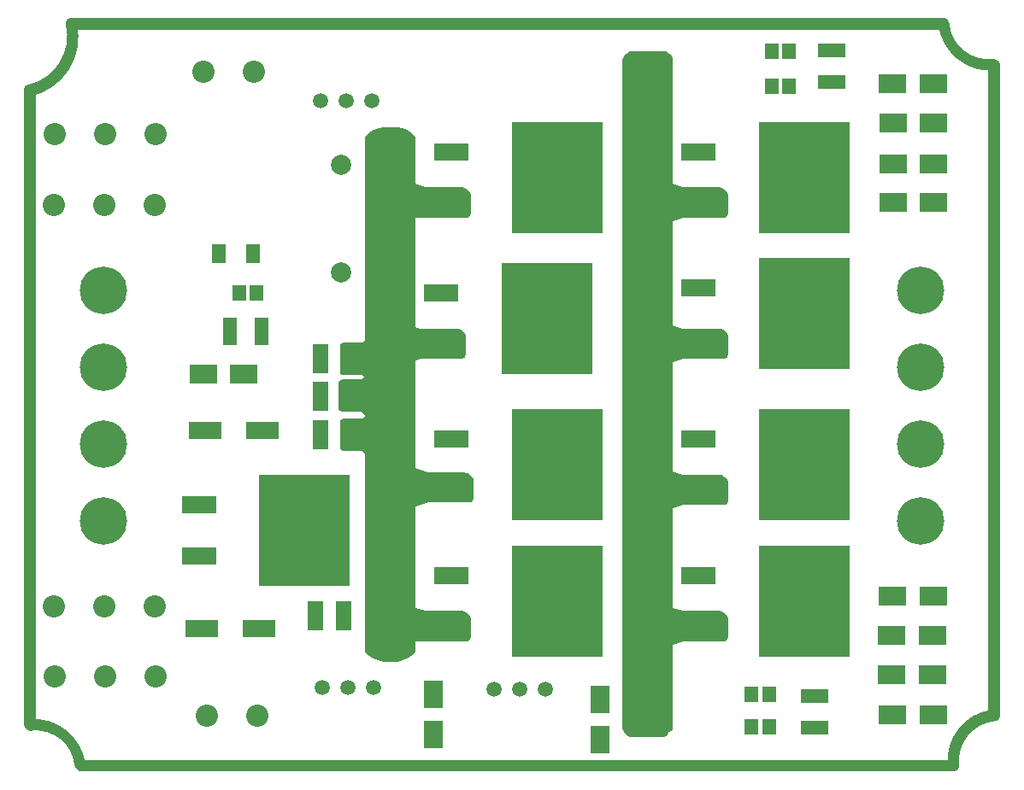
<source format=gts>
G04*
G04 #@! TF.GenerationSoftware,Altium Limited,Altium Designer,22.6.1 (34)*
G04*
G04 Layer_Color=8388736*
%FSLAX44Y44*%
%MOMM*%
G71*
G04*
G04 #@! TF.SameCoordinates,44C52635-D950-46A4-BE53-1BE2AF9ACA8F*
G04*
G04*
G04 #@! TF.FilePolarity,Negative*
G04*
G01*
G75*
%ADD17R,3.3000X1.7000*%
%ADD27C,1.0000*%
%ADD28R,1.3532X1.5532*%
%ADD29R,3.4016X1.8016*%
%ADD30R,9.1016X11.1016*%
%ADD31R,1.5032X2.9032*%
%ADD32R,3.2032X1.8032*%
%ADD33R,2.7032X1.9032*%
%ADD34R,2.7032X1.3532*%
%ADD35R,1.4532X1.8532*%
%ADD36R,1.3532X2.7032*%
%ADD37R,1.9032X2.7032*%
%ADD38C,4.7032*%
%ADD39C,2.2032*%
%ADD40C,2.0032*%
%ADD41C,1.5032*%
%ADD42C,0.8032*%
G36*
X877042Y999072D02*
X881436Y997252D01*
X885390Y994610D01*
X887071Y992929D01*
X890000Y990000D01*
Y943333D01*
X900000Y940000D01*
X935000Y940000D01*
X935985Y940000D01*
X937917Y939616D01*
X939737Y938862D01*
X941375Y937767D01*
X942767Y936375D01*
X943862Y934737D01*
X944616Y932917D01*
X945000Y930985D01*
X945000Y930000D01*
X945000Y930000D01*
X945000Y915000D01*
X945000Y914005D01*
X944239Y912168D01*
X942832Y910761D01*
X940994Y910000D01*
X940000Y910000D01*
X940000Y910000D01*
X890000D01*
Y801667D01*
X895000Y800000D01*
X930000Y800000D01*
X930985Y800000D01*
X932917Y799616D01*
X934737Y798862D01*
X936375Y797767D01*
X937767Y796375D01*
X938862Y794737D01*
X939616Y792917D01*
X940000Y790985D01*
X940000Y790000D01*
X940000Y790000D01*
X940000Y775000D01*
X940000Y774005D01*
X939239Y772168D01*
X937832Y770761D01*
X935994Y770000D01*
X935000Y770000D01*
X935000Y770000D01*
X895000D01*
X890000Y768333D01*
Y661667D01*
X902500Y657500D01*
X937500Y657500D01*
X938485Y657500D01*
X940417Y657116D01*
X942237Y656362D01*
X943875Y655267D01*
X945267Y653875D01*
X946362Y652237D01*
X947116Y650417D01*
X947500Y648485D01*
X947500Y647500D01*
X947500Y647500D01*
X947500Y632500D01*
X947500Y631505D01*
X946739Y629668D01*
X945332Y628261D01*
X943494Y627500D01*
X942500Y627500D01*
X942500Y627500D01*
X902500D01*
X890000Y623333D01*
Y523333D01*
X900000Y520000D01*
X935000Y520000D01*
X935985Y520000D01*
X937917Y519616D01*
X939737Y518862D01*
X941375Y517767D01*
X942767Y516375D01*
X943862Y514737D01*
X944616Y512917D01*
X945000Y510985D01*
X945000Y510000D01*
X945000Y510000D01*
X945000Y495000D01*
X945000Y494005D01*
X944239Y492168D01*
X942832Y490761D01*
X940994Y490000D01*
X940000Y490000D01*
X940000Y490000D01*
X890000D01*
Y480000D01*
X887439Y477439D01*
X887439D01*
X885670Y475671D01*
X881510Y472891D01*
X876888Y470976D01*
X871981Y470000D01*
X858019D01*
X853112Y470976D01*
X848490Y472891D01*
X844330Y475671D01*
X842561Y477439D01*
X840000Y480000D01*
Y676250D01*
X837500Y678750D01*
X819406D01*
X818240Y678982D01*
X817141Y679437D01*
X816153Y680097D01*
X815732Y680518D01*
X815000Y681250D01*
Y708750D01*
X815000Y708750D01*
X815000Y708750D01*
Y708750D01*
X815594Y709344D01*
X816992Y710279D01*
X818546Y710922D01*
X820195Y711250D01*
X821036Y711250D01*
X837500Y711250D01*
X840000Y713750D01*
Y713965D01*
X836464Y717500D01*
X818370D01*
X817204Y717732D01*
X816106Y718187D01*
X815117Y718848D01*
X814697Y719268D01*
X813964Y720000D01*
X813964Y747500D01*
D01*
Y747500D01*
Y747500D01*
X814559Y748094D01*
X815957Y749029D01*
X817510Y749672D01*
X819159Y750000D01*
X820000Y750000D01*
X836464Y750000D01*
X838857Y752393D01*
X837500Y753750D01*
X819406D01*
X818240Y753982D01*
X817141Y754437D01*
X816152Y755097D01*
X815732Y755518D01*
X815000Y756250D01*
Y783750D01*
X815000Y783750D01*
X815000Y783750D01*
Y783750D01*
X815594Y784344D01*
X816992Y785279D01*
X818546Y785922D01*
X820195Y786250D01*
X821036Y786250D01*
X837500Y786250D01*
X840000Y788750D01*
Y990000D01*
X842561Y992561D01*
Y992560D01*
X844330Y994329D01*
X848490Y997109D01*
X853112Y999024D01*
X858019Y1000000D01*
X872378D01*
X877042Y999072D01*
D02*
G37*
G36*
X1105000Y1075000D02*
X1135000Y1075000D01*
X1135000Y1075000D01*
X1135985Y1075000D01*
X1137917Y1074616D01*
X1139737Y1073862D01*
X1141375Y1072768D01*
X1142767Y1071375D01*
X1143862Y1069737D01*
X1144616Y1067917D01*
X1145000Y1065985D01*
X1145000Y1065000D01*
X1145000Y943333D01*
X1155000Y940000D01*
X1190000Y940000D01*
X1190985Y940000D01*
X1192917Y939616D01*
X1194737Y938862D01*
X1196375Y937767D01*
X1197767Y936375D01*
X1198862Y934737D01*
X1199616Y932917D01*
X1200000Y930985D01*
X1200000Y930000D01*
X1200000Y930000D01*
X1200000Y915000D01*
X1200000Y914005D01*
X1199239Y912168D01*
X1197832Y910761D01*
X1195994Y910000D01*
X1195000Y910000D01*
X1195000Y910000D01*
X1155000D01*
X1145000Y906667D01*
Y803333D01*
X1155000Y800000D01*
X1190000Y800000D01*
X1190985Y800000D01*
X1192917Y799616D01*
X1194737Y798862D01*
X1196375Y797767D01*
X1197767Y796375D01*
X1198862Y794737D01*
X1199616Y792917D01*
X1200000Y790985D01*
X1200000Y790000D01*
X1200000Y790000D01*
X1200000Y775000D01*
X1200000Y774005D01*
X1199239Y772168D01*
X1197832Y770761D01*
X1195994Y770000D01*
X1195000Y770000D01*
X1195000Y770000D01*
X1155000D01*
X1145000Y766667D01*
X1145000Y658333D01*
X1155000Y655000D01*
X1190000Y655000D01*
X1190985Y655000D01*
X1192917Y654616D01*
X1194737Y653862D01*
X1196375Y652767D01*
X1197767Y651375D01*
X1198862Y649737D01*
X1199616Y647917D01*
X1200000Y645985D01*
X1200000Y645000D01*
X1200000Y645000D01*
X1200000Y630000D01*
X1200000Y629005D01*
X1199239Y627168D01*
X1197832Y625761D01*
X1195994Y625000D01*
X1195000Y625000D01*
X1195000Y625000D01*
X1155000D01*
X1145000Y621667D01*
Y523333D01*
X1155000Y520000D01*
X1190000Y520000D01*
X1190985Y520000D01*
X1192917Y519616D01*
X1194737Y518862D01*
X1196375Y517767D01*
X1197767Y516375D01*
X1198862Y514737D01*
X1199616Y512917D01*
X1200000Y510985D01*
X1200000Y510000D01*
X1200000Y510000D01*
X1200000Y495000D01*
X1200000Y494005D01*
X1199239Y492168D01*
X1197832Y490761D01*
X1195994Y490000D01*
X1195000Y490000D01*
X1195000Y490000D01*
X1155000D01*
X1145000Y486667D01*
Y405000D01*
X1145000Y405000D01*
X1145000Y404104D01*
X1144314Y402449D01*
X1143048Y401183D01*
X1141393Y400497D01*
X1140497D01*
Y399404D01*
X1139660Y397383D01*
X1138114Y395837D01*
X1136094Y395000D01*
X1135000D01*
X1105000Y395000D01*
X1104015D01*
X1102083Y395384D01*
X1100263Y396138D01*
X1098625Y397233D01*
X1097233Y398625D01*
X1096138Y400263D01*
X1095384Y402083D01*
X1095000Y404015D01*
Y405000D01*
Y940000D01*
Y1065000D01*
X1095000Y1065985D01*
X1095384Y1067917D01*
X1096138Y1069737D01*
X1097232Y1071375D01*
X1098625Y1072768D01*
X1100263Y1073862D01*
X1102083Y1074616D01*
X1104015Y1075000D01*
X1105000Y1075000D01*
D02*
G37*
D17*
X1170282Y504600D02*
D03*
Y639600D02*
D03*
Y924600D02*
D03*
Y789600D02*
D03*
D27*
X558250Y366250D02*
G03*
X508500Y406500I-45000J-4750D01*
G01*
X1413750Y1101250D02*
G03*
X1463500Y1061000I45000J4750D01*
G01*
X508500Y1035500D02*
G03*
X549500Y1101250I-12375J53375D01*
G01*
X1463500Y416000D02*
G03*
X1423250Y366250I4750J-45000D01*
G01*
X1412750Y1102500D02*
G03*
X1462500Y1062250I45000J4750D01*
G01*
X557250Y367500D02*
G03*
X507500Y407750I-45000J-4750D01*
G01*
Y1036750D02*
G03*
X548500Y1102500I-12375J53375D01*
G01*
X1462500Y417250D02*
G03*
X1422250Y367500I4750J-45000D01*
G01*
X508500Y406500D02*
Y1035500D01*
X559000Y366250D02*
X1423250D01*
X1463500Y416000D02*
Y1061000D01*
X549500Y1101250D02*
X1413750D01*
X507500Y407750D02*
Y1036750D01*
X548500Y1102500D02*
X1412750D01*
X1462500Y417250D02*
Y1062250D01*
X558000Y367500D02*
X1422250D01*
D28*
X1242500Y1075000D02*
D03*
X1260000D02*
D03*
X1242500Y1040000D02*
D03*
X1260000D02*
D03*
X732500Y835000D02*
D03*
X715000D02*
D03*
X1240000Y405000D02*
D03*
X1222500D02*
D03*
X1240000Y437500D02*
D03*
X1222500D02*
D03*
D29*
X675282Y574600D02*
D03*
Y625400D02*
D03*
X1170282Y555400D02*
D03*
X925282Y639600D02*
D03*
Y690400D02*
D03*
X1170282D02*
D03*
Y975400D02*
D03*
X925282Y555400D02*
D03*
Y504600D02*
D03*
X915282Y835400D02*
D03*
Y784600D02*
D03*
X1170282Y840400D02*
D03*
X925282Y975400D02*
D03*
Y924600D02*
D03*
D30*
X780000Y600000D02*
D03*
X1275000Y530000D02*
D03*
X1030000Y665000D02*
D03*
X1275000D02*
D03*
Y950000D02*
D03*
X1030000Y530000D02*
D03*
X1020000Y810000D02*
D03*
X1275000Y815000D02*
D03*
X1030000Y950000D02*
D03*
D31*
X796000Y695000D02*
D03*
X824000D02*
D03*
X791000Y515000D02*
D03*
X819000D02*
D03*
X824000Y732500D02*
D03*
X796000D02*
D03*
X824000Y770000D02*
D03*
X796000D02*
D03*
D32*
X738250Y699250D02*
D03*
X681250D02*
D03*
X678000Y503000D02*
D03*
X735000D02*
D03*
D33*
X1403250Y925167D02*
D03*
X1363250D02*
D03*
X1363250Y963500D02*
D03*
X1403250D02*
D03*
X1363250Y1004000D02*
D03*
X1403250D02*
D03*
X1362500Y1042500D02*
D03*
X1402500D02*
D03*
X1361830Y495833D02*
D03*
X1401830D02*
D03*
X1362500Y417500D02*
D03*
X1402500D02*
D03*
X1401830Y456667D02*
D03*
X1361830D02*
D03*
X1362500Y535000D02*
D03*
X1402500D02*
D03*
X720000Y755000D02*
D03*
X680000D02*
D03*
D34*
X1285000Y435750D02*
D03*
Y404250D02*
D03*
X1302500Y1075750D02*
D03*
Y1044250D02*
D03*
D35*
X729250Y874000D02*
D03*
X694750D02*
D03*
D36*
X737500Y797250D02*
D03*
X706000D02*
D03*
D37*
X1072500Y392500D02*
D03*
Y432500D02*
D03*
X907250Y397250D02*
D03*
Y437250D02*
D03*
D38*
X1390000Y609050D02*
D03*
Y685250D02*
D03*
Y761450D02*
D03*
Y837650D02*
D03*
X580500Y609050D02*
D03*
Y685250D02*
D03*
Y761450D02*
D03*
Y837650D02*
D03*
D39*
X582500Y455250D02*
D03*
X532500D02*
D03*
X632500D02*
D03*
X632000Y525000D02*
D03*
X532000D02*
D03*
X582000D02*
D03*
Y922500D02*
D03*
X532000D02*
D03*
X632000D02*
D03*
X582750Y992750D02*
D03*
X532750D02*
D03*
X632750D02*
D03*
X733000Y416000D02*
D03*
X683000D02*
D03*
X729500Y1055000D02*
D03*
X679500D02*
D03*
D40*
X816000Y962500D02*
D03*
X866000D02*
D03*
X816500Y855750D02*
D03*
X866500D02*
D03*
D41*
X797350Y444500D02*
D03*
X848150D02*
D03*
X822750D02*
D03*
X821650Y1026250D02*
D03*
X796250D02*
D03*
X847050D02*
D03*
X967500Y442500D02*
D03*
X1018300D02*
D03*
X992900D02*
D03*
D42*
X1316038Y765346D02*
D03*
X1315000Y480000D02*
D03*
Y900000D02*
D03*
Y907500D02*
D03*
Y615000D02*
D03*
Y622500D02*
D03*
Y630000D02*
D03*
Y637500D02*
D03*
Y645000D02*
D03*
Y487500D02*
D03*
Y532500D02*
D03*
Y525000D02*
D03*
Y495000D02*
D03*
Y577500D02*
D03*
Y517500D02*
D03*
Y570000D02*
D03*
Y510000D02*
D03*
Y562500D02*
D03*
Y555000D02*
D03*
Y547500D02*
D03*
Y502500D02*
D03*
Y997500D02*
D03*
Y990000D02*
D03*
Y982500D02*
D03*
Y975000D02*
D03*
X850000Y505000D02*
D03*
X870000D02*
D03*
X860000D02*
D03*
X880000D02*
D03*
Y495000D02*
D03*
X860000D02*
D03*
X870000D02*
D03*
X850000D02*
D03*
X880000Y485000D02*
D03*
X860000D02*
D03*
X870000D02*
D03*
X850000D02*
D03*
X990000Y900000D02*
D03*
Y930000D02*
D03*
Y920000D02*
D03*
Y910000D02*
D03*
Y940000D02*
D03*
Y950000D02*
D03*
Y960000D02*
D03*
Y970000D02*
D03*
X1000000D02*
D03*
Y960000D02*
D03*
Y950000D02*
D03*
Y940000D02*
D03*
X990000Y615000D02*
D03*
Y625000D02*
D03*
Y655000D02*
D03*
Y675000D02*
D03*
Y685000D02*
D03*
X1000000D02*
D03*
Y675000D02*
D03*
Y665000D02*
D03*
Y655000D02*
D03*
X990000Y645000D02*
D03*
Y665000D02*
D03*
Y635000D02*
D03*
X1000000Y805000D02*
D03*
Y815000D02*
D03*
Y835000D02*
D03*
X990000D02*
D03*
X1000000Y825000D02*
D03*
X990000Y775000D02*
D03*
Y805000D02*
D03*
Y815000D02*
D03*
Y825000D02*
D03*
Y795000D02*
D03*
Y785000D02*
D03*
Y765000D02*
D03*
Y480000D02*
D03*
Y490000D02*
D03*
Y500000D02*
D03*
X1000000Y510000D02*
D03*
Y520000D02*
D03*
Y530000D02*
D03*
Y540000D02*
D03*
X990000D02*
D03*
Y530000D02*
D03*
Y520000D02*
D03*
Y510000D02*
D03*
X1000000Y500000D02*
D03*
X1315000Y915000D02*
D03*
Y922500D02*
D03*
Y930000D02*
D03*
Y937500D02*
D03*
Y945000D02*
D03*
Y952500D02*
D03*
Y960000D02*
D03*
Y967500D02*
D03*
Y652500D02*
D03*
Y660000D02*
D03*
Y667500D02*
D03*
Y675000D02*
D03*
Y682500D02*
D03*
Y690000D02*
D03*
Y697500D02*
D03*
Y705000D02*
D03*
Y712500D02*
D03*
Y862500D02*
D03*
Y855000D02*
D03*
Y847500D02*
D03*
Y840000D02*
D03*
Y832500D02*
D03*
Y825000D02*
D03*
Y817500D02*
D03*
Y810000D02*
D03*
Y802500D02*
D03*
Y795000D02*
D03*
Y787500D02*
D03*
Y780000D02*
D03*
Y772500D02*
D03*
X1104750Y432250D02*
D03*
Y422250D02*
D03*
Y412250D02*
D03*
X1114750Y432250D02*
D03*
Y422250D02*
D03*
Y412250D02*
D03*
X1124750Y432250D02*
D03*
Y422250D02*
D03*
Y412250D02*
D03*
X1135000Y412000D02*
D03*
Y422000D02*
D03*
Y432000D02*
D03*
M02*

</source>
